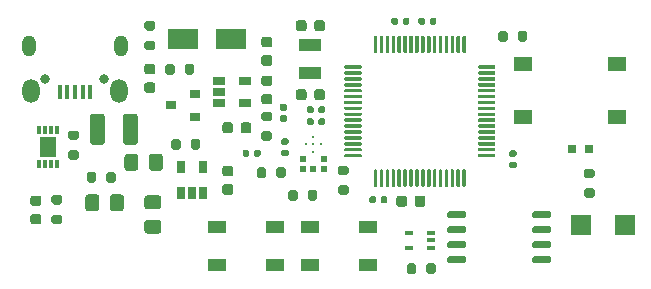
<source format=gts>
G04 #@! TF.GenerationSoftware,KiCad,Pcbnew,5.1.10-88a1d61d58~90~ubuntu20.04.1*
G04 #@! TF.CreationDate,2022-01-29T20:14:16-05:00*
G04 #@! TF.ProjectId,slg,736c672e-6b69-4636-9164-5f7063625858,v1.0*
G04 #@! TF.SameCoordinates,Original*
G04 #@! TF.FileFunction,Soldermask,Top*
G04 #@! TF.FilePolarity,Negative*
%FSLAX46Y46*%
G04 Gerber Fmt 4.6, Leading zero omitted, Abs format (unit mm)*
G04 Created by KiCad (PCBNEW 5.1.10-88a1d61d58~90~ubuntu20.04.1) date 2022-01-29 20:14:16*
%MOMM*%
%LPD*%
G01*
G04 APERTURE LIST*
%ADD10R,1.700000X1.700000*%
%ADD11R,1.500000X1.000000*%
%ADD12R,1.900000X1.100000*%
%ADD13R,0.650000X0.400000*%
%ADD14R,1.060000X0.650000*%
%ADD15R,1.450000X1.750000*%
%ADD16R,0.300000X0.750000*%
%ADD17R,0.650000X1.060000*%
%ADD18R,1.550000X1.300000*%
%ADD19R,0.900000X0.800000*%
%ADD20R,0.600000X0.522000*%
%ADD21C,0.325000*%
%ADD22C,0.300000*%
%ADD23O,0.800000X0.800000*%
%ADD24O,1.150000X1.800000*%
%ADD25O,1.450000X2.000000*%
%ADD26R,0.450000X1.300000*%
%ADD27R,0.800000X0.800000*%
%ADD28R,2.500000X1.800000*%
G04 APERTURE END LIST*
G36*
G01*
X82175000Y-42695000D02*
X82175000Y-42395000D01*
G75*
G02*
X82325000Y-42245000I150000J0D01*
G01*
X83625000Y-42245000D01*
G75*
G02*
X83775000Y-42395000I0J-150000D01*
G01*
X83775000Y-42695000D01*
G75*
G02*
X83625000Y-42845000I-150000J0D01*
G01*
X82325000Y-42845000D01*
G75*
G02*
X82175000Y-42695000I0J150000D01*
G01*
G37*
G36*
G01*
X82175000Y-43965000D02*
X82175000Y-43665000D01*
G75*
G02*
X82325000Y-43515000I150000J0D01*
G01*
X83625000Y-43515000D01*
G75*
G02*
X83775000Y-43665000I0J-150000D01*
G01*
X83775000Y-43965000D01*
G75*
G02*
X83625000Y-44115000I-150000J0D01*
G01*
X82325000Y-44115000D01*
G75*
G02*
X82175000Y-43965000I0J150000D01*
G01*
G37*
G36*
G01*
X82175000Y-45235000D02*
X82175000Y-44935000D01*
G75*
G02*
X82325000Y-44785000I150000J0D01*
G01*
X83625000Y-44785000D01*
G75*
G02*
X83775000Y-44935000I0J-150000D01*
G01*
X83775000Y-45235000D01*
G75*
G02*
X83625000Y-45385000I-150000J0D01*
G01*
X82325000Y-45385000D01*
G75*
G02*
X82175000Y-45235000I0J150000D01*
G01*
G37*
G36*
G01*
X82175000Y-46505000D02*
X82175000Y-46205000D01*
G75*
G02*
X82325000Y-46055000I150000J0D01*
G01*
X83625000Y-46055000D01*
G75*
G02*
X83775000Y-46205000I0J-150000D01*
G01*
X83775000Y-46505000D01*
G75*
G02*
X83625000Y-46655000I-150000J0D01*
G01*
X82325000Y-46655000D01*
G75*
G02*
X82175000Y-46505000I0J150000D01*
G01*
G37*
G36*
G01*
X74975000Y-46505000D02*
X74975000Y-46205000D01*
G75*
G02*
X75125000Y-46055000I150000J0D01*
G01*
X76425000Y-46055000D01*
G75*
G02*
X76575000Y-46205000I0J-150000D01*
G01*
X76575000Y-46505000D01*
G75*
G02*
X76425000Y-46655000I-150000J0D01*
G01*
X75125000Y-46655000D01*
G75*
G02*
X74975000Y-46505000I0J150000D01*
G01*
G37*
G36*
G01*
X74975000Y-45235000D02*
X74975000Y-44935000D01*
G75*
G02*
X75125000Y-44785000I150000J0D01*
G01*
X76425000Y-44785000D01*
G75*
G02*
X76575000Y-44935000I0J-150000D01*
G01*
X76575000Y-45235000D01*
G75*
G02*
X76425000Y-45385000I-150000J0D01*
G01*
X75125000Y-45385000D01*
G75*
G02*
X74975000Y-45235000I0J150000D01*
G01*
G37*
G36*
G01*
X74975000Y-43965000D02*
X74975000Y-43665000D01*
G75*
G02*
X75125000Y-43515000I150000J0D01*
G01*
X76425000Y-43515000D01*
G75*
G02*
X76575000Y-43665000I0J-150000D01*
G01*
X76575000Y-43965000D01*
G75*
G02*
X76425000Y-44115000I-150000J0D01*
G01*
X75125000Y-44115000D01*
G75*
G02*
X74975000Y-43965000I0J150000D01*
G01*
G37*
G36*
G01*
X74975000Y-42695000D02*
X74975000Y-42395000D01*
G75*
G02*
X75125000Y-42245000I150000J0D01*
G01*
X76425000Y-42245000D01*
G75*
G02*
X76575000Y-42395000I0J-150000D01*
G01*
X76575000Y-42695000D01*
G75*
G02*
X76425000Y-42845000I-150000J0D01*
G01*
X75125000Y-42845000D01*
G75*
G02*
X74975000Y-42695000I0J150000D01*
G01*
G37*
G36*
G01*
X68744000Y-28782000D02*
X68744000Y-27457000D01*
G75*
G02*
X68819000Y-27382000I75000J0D01*
G01*
X68969000Y-27382000D01*
G75*
G02*
X69044000Y-27457000I0J-75000D01*
G01*
X69044000Y-28782000D01*
G75*
G02*
X68969000Y-28857000I-75000J0D01*
G01*
X68819000Y-28857000D01*
G75*
G02*
X68744000Y-28782000I0J75000D01*
G01*
G37*
G36*
G01*
X69244000Y-28782000D02*
X69244000Y-27457000D01*
G75*
G02*
X69319000Y-27382000I75000J0D01*
G01*
X69469000Y-27382000D01*
G75*
G02*
X69544000Y-27457000I0J-75000D01*
G01*
X69544000Y-28782000D01*
G75*
G02*
X69469000Y-28857000I-75000J0D01*
G01*
X69319000Y-28857000D01*
G75*
G02*
X69244000Y-28782000I0J75000D01*
G01*
G37*
G36*
G01*
X69744000Y-28782000D02*
X69744000Y-27457000D01*
G75*
G02*
X69819000Y-27382000I75000J0D01*
G01*
X69969000Y-27382000D01*
G75*
G02*
X70044000Y-27457000I0J-75000D01*
G01*
X70044000Y-28782000D01*
G75*
G02*
X69969000Y-28857000I-75000J0D01*
G01*
X69819000Y-28857000D01*
G75*
G02*
X69744000Y-28782000I0J75000D01*
G01*
G37*
G36*
G01*
X70244000Y-28782000D02*
X70244000Y-27457000D01*
G75*
G02*
X70319000Y-27382000I75000J0D01*
G01*
X70469000Y-27382000D01*
G75*
G02*
X70544000Y-27457000I0J-75000D01*
G01*
X70544000Y-28782000D01*
G75*
G02*
X70469000Y-28857000I-75000J0D01*
G01*
X70319000Y-28857000D01*
G75*
G02*
X70244000Y-28782000I0J75000D01*
G01*
G37*
G36*
G01*
X70744000Y-28782000D02*
X70744000Y-27457000D01*
G75*
G02*
X70819000Y-27382000I75000J0D01*
G01*
X70969000Y-27382000D01*
G75*
G02*
X71044000Y-27457000I0J-75000D01*
G01*
X71044000Y-28782000D01*
G75*
G02*
X70969000Y-28857000I-75000J0D01*
G01*
X70819000Y-28857000D01*
G75*
G02*
X70744000Y-28782000I0J75000D01*
G01*
G37*
G36*
G01*
X71244000Y-28782000D02*
X71244000Y-27457000D01*
G75*
G02*
X71319000Y-27382000I75000J0D01*
G01*
X71469000Y-27382000D01*
G75*
G02*
X71544000Y-27457000I0J-75000D01*
G01*
X71544000Y-28782000D01*
G75*
G02*
X71469000Y-28857000I-75000J0D01*
G01*
X71319000Y-28857000D01*
G75*
G02*
X71244000Y-28782000I0J75000D01*
G01*
G37*
G36*
G01*
X71744000Y-28782000D02*
X71744000Y-27457000D01*
G75*
G02*
X71819000Y-27382000I75000J0D01*
G01*
X71969000Y-27382000D01*
G75*
G02*
X72044000Y-27457000I0J-75000D01*
G01*
X72044000Y-28782000D01*
G75*
G02*
X71969000Y-28857000I-75000J0D01*
G01*
X71819000Y-28857000D01*
G75*
G02*
X71744000Y-28782000I0J75000D01*
G01*
G37*
G36*
G01*
X72244000Y-28782000D02*
X72244000Y-27457000D01*
G75*
G02*
X72319000Y-27382000I75000J0D01*
G01*
X72469000Y-27382000D01*
G75*
G02*
X72544000Y-27457000I0J-75000D01*
G01*
X72544000Y-28782000D01*
G75*
G02*
X72469000Y-28857000I-75000J0D01*
G01*
X72319000Y-28857000D01*
G75*
G02*
X72244000Y-28782000I0J75000D01*
G01*
G37*
G36*
G01*
X72744000Y-28782000D02*
X72744000Y-27457000D01*
G75*
G02*
X72819000Y-27382000I75000J0D01*
G01*
X72969000Y-27382000D01*
G75*
G02*
X73044000Y-27457000I0J-75000D01*
G01*
X73044000Y-28782000D01*
G75*
G02*
X72969000Y-28857000I-75000J0D01*
G01*
X72819000Y-28857000D01*
G75*
G02*
X72744000Y-28782000I0J75000D01*
G01*
G37*
G36*
G01*
X73244000Y-28782000D02*
X73244000Y-27457000D01*
G75*
G02*
X73319000Y-27382000I75000J0D01*
G01*
X73469000Y-27382000D01*
G75*
G02*
X73544000Y-27457000I0J-75000D01*
G01*
X73544000Y-28782000D01*
G75*
G02*
X73469000Y-28857000I-75000J0D01*
G01*
X73319000Y-28857000D01*
G75*
G02*
X73244000Y-28782000I0J75000D01*
G01*
G37*
G36*
G01*
X73744000Y-28782000D02*
X73744000Y-27457000D01*
G75*
G02*
X73819000Y-27382000I75000J0D01*
G01*
X73969000Y-27382000D01*
G75*
G02*
X74044000Y-27457000I0J-75000D01*
G01*
X74044000Y-28782000D01*
G75*
G02*
X73969000Y-28857000I-75000J0D01*
G01*
X73819000Y-28857000D01*
G75*
G02*
X73744000Y-28782000I0J75000D01*
G01*
G37*
G36*
G01*
X74244000Y-28782000D02*
X74244000Y-27457000D01*
G75*
G02*
X74319000Y-27382000I75000J0D01*
G01*
X74469000Y-27382000D01*
G75*
G02*
X74544000Y-27457000I0J-75000D01*
G01*
X74544000Y-28782000D01*
G75*
G02*
X74469000Y-28857000I-75000J0D01*
G01*
X74319000Y-28857000D01*
G75*
G02*
X74244000Y-28782000I0J75000D01*
G01*
G37*
G36*
G01*
X74744000Y-28782000D02*
X74744000Y-27457000D01*
G75*
G02*
X74819000Y-27382000I75000J0D01*
G01*
X74969000Y-27382000D01*
G75*
G02*
X75044000Y-27457000I0J-75000D01*
G01*
X75044000Y-28782000D01*
G75*
G02*
X74969000Y-28857000I-75000J0D01*
G01*
X74819000Y-28857000D01*
G75*
G02*
X74744000Y-28782000I0J75000D01*
G01*
G37*
G36*
G01*
X75244000Y-28782000D02*
X75244000Y-27457000D01*
G75*
G02*
X75319000Y-27382000I75000J0D01*
G01*
X75469000Y-27382000D01*
G75*
G02*
X75544000Y-27457000I0J-75000D01*
G01*
X75544000Y-28782000D01*
G75*
G02*
X75469000Y-28857000I-75000J0D01*
G01*
X75319000Y-28857000D01*
G75*
G02*
X75244000Y-28782000I0J75000D01*
G01*
G37*
G36*
G01*
X75744000Y-28782000D02*
X75744000Y-27457000D01*
G75*
G02*
X75819000Y-27382000I75000J0D01*
G01*
X75969000Y-27382000D01*
G75*
G02*
X76044000Y-27457000I0J-75000D01*
G01*
X76044000Y-28782000D01*
G75*
G02*
X75969000Y-28857000I-75000J0D01*
G01*
X75819000Y-28857000D01*
G75*
G02*
X75744000Y-28782000I0J75000D01*
G01*
G37*
G36*
G01*
X76244000Y-28782000D02*
X76244000Y-27457000D01*
G75*
G02*
X76319000Y-27382000I75000J0D01*
G01*
X76469000Y-27382000D01*
G75*
G02*
X76544000Y-27457000I0J-75000D01*
G01*
X76544000Y-28782000D01*
G75*
G02*
X76469000Y-28857000I-75000J0D01*
G01*
X76319000Y-28857000D01*
G75*
G02*
X76244000Y-28782000I0J75000D01*
G01*
G37*
G36*
G01*
X77569000Y-30107000D02*
X77569000Y-29957000D01*
G75*
G02*
X77644000Y-29882000I75000J0D01*
G01*
X78969000Y-29882000D01*
G75*
G02*
X79044000Y-29957000I0J-75000D01*
G01*
X79044000Y-30107000D01*
G75*
G02*
X78969000Y-30182000I-75000J0D01*
G01*
X77644000Y-30182000D01*
G75*
G02*
X77569000Y-30107000I0J75000D01*
G01*
G37*
G36*
G01*
X77569000Y-30607000D02*
X77569000Y-30457000D01*
G75*
G02*
X77644000Y-30382000I75000J0D01*
G01*
X78969000Y-30382000D01*
G75*
G02*
X79044000Y-30457000I0J-75000D01*
G01*
X79044000Y-30607000D01*
G75*
G02*
X78969000Y-30682000I-75000J0D01*
G01*
X77644000Y-30682000D01*
G75*
G02*
X77569000Y-30607000I0J75000D01*
G01*
G37*
G36*
G01*
X77569000Y-31107000D02*
X77569000Y-30957000D01*
G75*
G02*
X77644000Y-30882000I75000J0D01*
G01*
X78969000Y-30882000D01*
G75*
G02*
X79044000Y-30957000I0J-75000D01*
G01*
X79044000Y-31107000D01*
G75*
G02*
X78969000Y-31182000I-75000J0D01*
G01*
X77644000Y-31182000D01*
G75*
G02*
X77569000Y-31107000I0J75000D01*
G01*
G37*
G36*
G01*
X77569000Y-31607000D02*
X77569000Y-31457000D01*
G75*
G02*
X77644000Y-31382000I75000J0D01*
G01*
X78969000Y-31382000D01*
G75*
G02*
X79044000Y-31457000I0J-75000D01*
G01*
X79044000Y-31607000D01*
G75*
G02*
X78969000Y-31682000I-75000J0D01*
G01*
X77644000Y-31682000D01*
G75*
G02*
X77569000Y-31607000I0J75000D01*
G01*
G37*
G36*
G01*
X77569000Y-32107000D02*
X77569000Y-31957000D01*
G75*
G02*
X77644000Y-31882000I75000J0D01*
G01*
X78969000Y-31882000D01*
G75*
G02*
X79044000Y-31957000I0J-75000D01*
G01*
X79044000Y-32107000D01*
G75*
G02*
X78969000Y-32182000I-75000J0D01*
G01*
X77644000Y-32182000D01*
G75*
G02*
X77569000Y-32107000I0J75000D01*
G01*
G37*
G36*
G01*
X77569000Y-32607000D02*
X77569000Y-32457000D01*
G75*
G02*
X77644000Y-32382000I75000J0D01*
G01*
X78969000Y-32382000D01*
G75*
G02*
X79044000Y-32457000I0J-75000D01*
G01*
X79044000Y-32607000D01*
G75*
G02*
X78969000Y-32682000I-75000J0D01*
G01*
X77644000Y-32682000D01*
G75*
G02*
X77569000Y-32607000I0J75000D01*
G01*
G37*
G36*
G01*
X77569000Y-33107000D02*
X77569000Y-32957000D01*
G75*
G02*
X77644000Y-32882000I75000J0D01*
G01*
X78969000Y-32882000D01*
G75*
G02*
X79044000Y-32957000I0J-75000D01*
G01*
X79044000Y-33107000D01*
G75*
G02*
X78969000Y-33182000I-75000J0D01*
G01*
X77644000Y-33182000D01*
G75*
G02*
X77569000Y-33107000I0J75000D01*
G01*
G37*
G36*
G01*
X77569000Y-33607000D02*
X77569000Y-33457000D01*
G75*
G02*
X77644000Y-33382000I75000J0D01*
G01*
X78969000Y-33382000D01*
G75*
G02*
X79044000Y-33457000I0J-75000D01*
G01*
X79044000Y-33607000D01*
G75*
G02*
X78969000Y-33682000I-75000J0D01*
G01*
X77644000Y-33682000D01*
G75*
G02*
X77569000Y-33607000I0J75000D01*
G01*
G37*
G36*
G01*
X77569000Y-34107000D02*
X77569000Y-33957000D01*
G75*
G02*
X77644000Y-33882000I75000J0D01*
G01*
X78969000Y-33882000D01*
G75*
G02*
X79044000Y-33957000I0J-75000D01*
G01*
X79044000Y-34107000D01*
G75*
G02*
X78969000Y-34182000I-75000J0D01*
G01*
X77644000Y-34182000D01*
G75*
G02*
X77569000Y-34107000I0J75000D01*
G01*
G37*
G36*
G01*
X77569000Y-34607000D02*
X77569000Y-34457000D01*
G75*
G02*
X77644000Y-34382000I75000J0D01*
G01*
X78969000Y-34382000D01*
G75*
G02*
X79044000Y-34457000I0J-75000D01*
G01*
X79044000Y-34607000D01*
G75*
G02*
X78969000Y-34682000I-75000J0D01*
G01*
X77644000Y-34682000D01*
G75*
G02*
X77569000Y-34607000I0J75000D01*
G01*
G37*
G36*
G01*
X77569000Y-35107000D02*
X77569000Y-34957000D01*
G75*
G02*
X77644000Y-34882000I75000J0D01*
G01*
X78969000Y-34882000D01*
G75*
G02*
X79044000Y-34957000I0J-75000D01*
G01*
X79044000Y-35107000D01*
G75*
G02*
X78969000Y-35182000I-75000J0D01*
G01*
X77644000Y-35182000D01*
G75*
G02*
X77569000Y-35107000I0J75000D01*
G01*
G37*
G36*
G01*
X77569000Y-35607000D02*
X77569000Y-35457000D01*
G75*
G02*
X77644000Y-35382000I75000J0D01*
G01*
X78969000Y-35382000D01*
G75*
G02*
X79044000Y-35457000I0J-75000D01*
G01*
X79044000Y-35607000D01*
G75*
G02*
X78969000Y-35682000I-75000J0D01*
G01*
X77644000Y-35682000D01*
G75*
G02*
X77569000Y-35607000I0J75000D01*
G01*
G37*
G36*
G01*
X77569000Y-36107000D02*
X77569000Y-35957000D01*
G75*
G02*
X77644000Y-35882000I75000J0D01*
G01*
X78969000Y-35882000D01*
G75*
G02*
X79044000Y-35957000I0J-75000D01*
G01*
X79044000Y-36107000D01*
G75*
G02*
X78969000Y-36182000I-75000J0D01*
G01*
X77644000Y-36182000D01*
G75*
G02*
X77569000Y-36107000I0J75000D01*
G01*
G37*
G36*
G01*
X77569000Y-36607000D02*
X77569000Y-36457000D01*
G75*
G02*
X77644000Y-36382000I75000J0D01*
G01*
X78969000Y-36382000D01*
G75*
G02*
X79044000Y-36457000I0J-75000D01*
G01*
X79044000Y-36607000D01*
G75*
G02*
X78969000Y-36682000I-75000J0D01*
G01*
X77644000Y-36682000D01*
G75*
G02*
X77569000Y-36607000I0J75000D01*
G01*
G37*
G36*
G01*
X77569000Y-37107000D02*
X77569000Y-36957000D01*
G75*
G02*
X77644000Y-36882000I75000J0D01*
G01*
X78969000Y-36882000D01*
G75*
G02*
X79044000Y-36957000I0J-75000D01*
G01*
X79044000Y-37107000D01*
G75*
G02*
X78969000Y-37182000I-75000J0D01*
G01*
X77644000Y-37182000D01*
G75*
G02*
X77569000Y-37107000I0J75000D01*
G01*
G37*
G36*
G01*
X77569000Y-37607000D02*
X77569000Y-37457000D01*
G75*
G02*
X77644000Y-37382000I75000J0D01*
G01*
X78969000Y-37382000D01*
G75*
G02*
X79044000Y-37457000I0J-75000D01*
G01*
X79044000Y-37607000D01*
G75*
G02*
X78969000Y-37682000I-75000J0D01*
G01*
X77644000Y-37682000D01*
G75*
G02*
X77569000Y-37607000I0J75000D01*
G01*
G37*
G36*
G01*
X76244000Y-40107000D02*
X76244000Y-38782000D01*
G75*
G02*
X76319000Y-38707000I75000J0D01*
G01*
X76469000Y-38707000D01*
G75*
G02*
X76544000Y-38782000I0J-75000D01*
G01*
X76544000Y-40107000D01*
G75*
G02*
X76469000Y-40182000I-75000J0D01*
G01*
X76319000Y-40182000D01*
G75*
G02*
X76244000Y-40107000I0J75000D01*
G01*
G37*
G36*
G01*
X75744000Y-40107000D02*
X75744000Y-38782000D01*
G75*
G02*
X75819000Y-38707000I75000J0D01*
G01*
X75969000Y-38707000D01*
G75*
G02*
X76044000Y-38782000I0J-75000D01*
G01*
X76044000Y-40107000D01*
G75*
G02*
X75969000Y-40182000I-75000J0D01*
G01*
X75819000Y-40182000D01*
G75*
G02*
X75744000Y-40107000I0J75000D01*
G01*
G37*
G36*
G01*
X75244000Y-40107000D02*
X75244000Y-38782000D01*
G75*
G02*
X75319000Y-38707000I75000J0D01*
G01*
X75469000Y-38707000D01*
G75*
G02*
X75544000Y-38782000I0J-75000D01*
G01*
X75544000Y-40107000D01*
G75*
G02*
X75469000Y-40182000I-75000J0D01*
G01*
X75319000Y-40182000D01*
G75*
G02*
X75244000Y-40107000I0J75000D01*
G01*
G37*
G36*
G01*
X74744000Y-40107000D02*
X74744000Y-38782000D01*
G75*
G02*
X74819000Y-38707000I75000J0D01*
G01*
X74969000Y-38707000D01*
G75*
G02*
X75044000Y-38782000I0J-75000D01*
G01*
X75044000Y-40107000D01*
G75*
G02*
X74969000Y-40182000I-75000J0D01*
G01*
X74819000Y-40182000D01*
G75*
G02*
X74744000Y-40107000I0J75000D01*
G01*
G37*
G36*
G01*
X74244000Y-40107000D02*
X74244000Y-38782000D01*
G75*
G02*
X74319000Y-38707000I75000J0D01*
G01*
X74469000Y-38707000D01*
G75*
G02*
X74544000Y-38782000I0J-75000D01*
G01*
X74544000Y-40107000D01*
G75*
G02*
X74469000Y-40182000I-75000J0D01*
G01*
X74319000Y-40182000D01*
G75*
G02*
X74244000Y-40107000I0J75000D01*
G01*
G37*
G36*
G01*
X73744000Y-40107000D02*
X73744000Y-38782000D01*
G75*
G02*
X73819000Y-38707000I75000J0D01*
G01*
X73969000Y-38707000D01*
G75*
G02*
X74044000Y-38782000I0J-75000D01*
G01*
X74044000Y-40107000D01*
G75*
G02*
X73969000Y-40182000I-75000J0D01*
G01*
X73819000Y-40182000D01*
G75*
G02*
X73744000Y-40107000I0J75000D01*
G01*
G37*
G36*
G01*
X73244000Y-40107000D02*
X73244000Y-38782000D01*
G75*
G02*
X73319000Y-38707000I75000J0D01*
G01*
X73469000Y-38707000D01*
G75*
G02*
X73544000Y-38782000I0J-75000D01*
G01*
X73544000Y-40107000D01*
G75*
G02*
X73469000Y-40182000I-75000J0D01*
G01*
X73319000Y-40182000D01*
G75*
G02*
X73244000Y-40107000I0J75000D01*
G01*
G37*
G36*
G01*
X72744000Y-40107000D02*
X72744000Y-38782000D01*
G75*
G02*
X72819000Y-38707000I75000J0D01*
G01*
X72969000Y-38707000D01*
G75*
G02*
X73044000Y-38782000I0J-75000D01*
G01*
X73044000Y-40107000D01*
G75*
G02*
X72969000Y-40182000I-75000J0D01*
G01*
X72819000Y-40182000D01*
G75*
G02*
X72744000Y-40107000I0J75000D01*
G01*
G37*
G36*
G01*
X72244000Y-40107000D02*
X72244000Y-38782000D01*
G75*
G02*
X72319000Y-38707000I75000J0D01*
G01*
X72469000Y-38707000D01*
G75*
G02*
X72544000Y-38782000I0J-75000D01*
G01*
X72544000Y-40107000D01*
G75*
G02*
X72469000Y-40182000I-75000J0D01*
G01*
X72319000Y-40182000D01*
G75*
G02*
X72244000Y-40107000I0J75000D01*
G01*
G37*
G36*
G01*
X71744000Y-40107000D02*
X71744000Y-38782000D01*
G75*
G02*
X71819000Y-38707000I75000J0D01*
G01*
X71969000Y-38707000D01*
G75*
G02*
X72044000Y-38782000I0J-75000D01*
G01*
X72044000Y-40107000D01*
G75*
G02*
X71969000Y-40182000I-75000J0D01*
G01*
X71819000Y-40182000D01*
G75*
G02*
X71744000Y-40107000I0J75000D01*
G01*
G37*
G36*
G01*
X71244000Y-40107000D02*
X71244000Y-38782000D01*
G75*
G02*
X71319000Y-38707000I75000J0D01*
G01*
X71469000Y-38707000D01*
G75*
G02*
X71544000Y-38782000I0J-75000D01*
G01*
X71544000Y-40107000D01*
G75*
G02*
X71469000Y-40182000I-75000J0D01*
G01*
X71319000Y-40182000D01*
G75*
G02*
X71244000Y-40107000I0J75000D01*
G01*
G37*
G36*
G01*
X70744000Y-40107000D02*
X70744000Y-38782000D01*
G75*
G02*
X70819000Y-38707000I75000J0D01*
G01*
X70969000Y-38707000D01*
G75*
G02*
X71044000Y-38782000I0J-75000D01*
G01*
X71044000Y-40107000D01*
G75*
G02*
X70969000Y-40182000I-75000J0D01*
G01*
X70819000Y-40182000D01*
G75*
G02*
X70744000Y-40107000I0J75000D01*
G01*
G37*
G36*
G01*
X70244000Y-40107000D02*
X70244000Y-38782000D01*
G75*
G02*
X70319000Y-38707000I75000J0D01*
G01*
X70469000Y-38707000D01*
G75*
G02*
X70544000Y-38782000I0J-75000D01*
G01*
X70544000Y-40107000D01*
G75*
G02*
X70469000Y-40182000I-75000J0D01*
G01*
X70319000Y-40182000D01*
G75*
G02*
X70244000Y-40107000I0J75000D01*
G01*
G37*
G36*
G01*
X69744000Y-40107000D02*
X69744000Y-38782000D01*
G75*
G02*
X69819000Y-38707000I75000J0D01*
G01*
X69969000Y-38707000D01*
G75*
G02*
X70044000Y-38782000I0J-75000D01*
G01*
X70044000Y-40107000D01*
G75*
G02*
X69969000Y-40182000I-75000J0D01*
G01*
X69819000Y-40182000D01*
G75*
G02*
X69744000Y-40107000I0J75000D01*
G01*
G37*
G36*
G01*
X69244000Y-40107000D02*
X69244000Y-38782000D01*
G75*
G02*
X69319000Y-38707000I75000J0D01*
G01*
X69469000Y-38707000D01*
G75*
G02*
X69544000Y-38782000I0J-75000D01*
G01*
X69544000Y-40107000D01*
G75*
G02*
X69469000Y-40182000I-75000J0D01*
G01*
X69319000Y-40182000D01*
G75*
G02*
X69244000Y-40107000I0J75000D01*
G01*
G37*
G36*
G01*
X68744000Y-40107000D02*
X68744000Y-38782000D01*
G75*
G02*
X68819000Y-38707000I75000J0D01*
G01*
X68969000Y-38707000D01*
G75*
G02*
X69044000Y-38782000I0J-75000D01*
G01*
X69044000Y-40107000D01*
G75*
G02*
X68969000Y-40182000I-75000J0D01*
G01*
X68819000Y-40182000D01*
G75*
G02*
X68744000Y-40107000I0J75000D01*
G01*
G37*
G36*
G01*
X66244000Y-37607000D02*
X66244000Y-37457000D01*
G75*
G02*
X66319000Y-37382000I75000J0D01*
G01*
X67644000Y-37382000D01*
G75*
G02*
X67719000Y-37457000I0J-75000D01*
G01*
X67719000Y-37607000D01*
G75*
G02*
X67644000Y-37682000I-75000J0D01*
G01*
X66319000Y-37682000D01*
G75*
G02*
X66244000Y-37607000I0J75000D01*
G01*
G37*
G36*
G01*
X66244000Y-37107000D02*
X66244000Y-36957000D01*
G75*
G02*
X66319000Y-36882000I75000J0D01*
G01*
X67644000Y-36882000D01*
G75*
G02*
X67719000Y-36957000I0J-75000D01*
G01*
X67719000Y-37107000D01*
G75*
G02*
X67644000Y-37182000I-75000J0D01*
G01*
X66319000Y-37182000D01*
G75*
G02*
X66244000Y-37107000I0J75000D01*
G01*
G37*
G36*
G01*
X66244000Y-36607000D02*
X66244000Y-36457000D01*
G75*
G02*
X66319000Y-36382000I75000J0D01*
G01*
X67644000Y-36382000D01*
G75*
G02*
X67719000Y-36457000I0J-75000D01*
G01*
X67719000Y-36607000D01*
G75*
G02*
X67644000Y-36682000I-75000J0D01*
G01*
X66319000Y-36682000D01*
G75*
G02*
X66244000Y-36607000I0J75000D01*
G01*
G37*
G36*
G01*
X66244000Y-36107000D02*
X66244000Y-35957000D01*
G75*
G02*
X66319000Y-35882000I75000J0D01*
G01*
X67644000Y-35882000D01*
G75*
G02*
X67719000Y-35957000I0J-75000D01*
G01*
X67719000Y-36107000D01*
G75*
G02*
X67644000Y-36182000I-75000J0D01*
G01*
X66319000Y-36182000D01*
G75*
G02*
X66244000Y-36107000I0J75000D01*
G01*
G37*
G36*
G01*
X66244000Y-35607000D02*
X66244000Y-35457000D01*
G75*
G02*
X66319000Y-35382000I75000J0D01*
G01*
X67644000Y-35382000D01*
G75*
G02*
X67719000Y-35457000I0J-75000D01*
G01*
X67719000Y-35607000D01*
G75*
G02*
X67644000Y-35682000I-75000J0D01*
G01*
X66319000Y-35682000D01*
G75*
G02*
X66244000Y-35607000I0J75000D01*
G01*
G37*
G36*
G01*
X66244000Y-35107000D02*
X66244000Y-34957000D01*
G75*
G02*
X66319000Y-34882000I75000J0D01*
G01*
X67644000Y-34882000D01*
G75*
G02*
X67719000Y-34957000I0J-75000D01*
G01*
X67719000Y-35107000D01*
G75*
G02*
X67644000Y-35182000I-75000J0D01*
G01*
X66319000Y-35182000D01*
G75*
G02*
X66244000Y-35107000I0J75000D01*
G01*
G37*
G36*
G01*
X66244000Y-34607000D02*
X66244000Y-34457000D01*
G75*
G02*
X66319000Y-34382000I75000J0D01*
G01*
X67644000Y-34382000D01*
G75*
G02*
X67719000Y-34457000I0J-75000D01*
G01*
X67719000Y-34607000D01*
G75*
G02*
X67644000Y-34682000I-75000J0D01*
G01*
X66319000Y-34682000D01*
G75*
G02*
X66244000Y-34607000I0J75000D01*
G01*
G37*
G36*
G01*
X66244000Y-34107000D02*
X66244000Y-33957000D01*
G75*
G02*
X66319000Y-33882000I75000J0D01*
G01*
X67644000Y-33882000D01*
G75*
G02*
X67719000Y-33957000I0J-75000D01*
G01*
X67719000Y-34107000D01*
G75*
G02*
X67644000Y-34182000I-75000J0D01*
G01*
X66319000Y-34182000D01*
G75*
G02*
X66244000Y-34107000I0J75000D01*
G01*
G37*
G36*
G01*
X66244000Y-33607000D02*
X66244000Y-33457000D01*
G75*
G02*
X66319000Y-33382000I75000J0D01*
G01*
X67644000Y-33382000D01*
G75*
G02*
X67719000Y-33457000I0J-75000D01*
G01*
X67719000Y-33607000D01*
G75*
G02*
X67644000Y-33682000I-75000J0D01*
G01*
X66319000Y-33682000D01*
G75*
G02*
X66244000Y-33607000I0J75000D01*
G01*
G37*
G36*
G01*
X66244000Y-33107000D02*
X66244000Y-32957000D01*
G75*
G02*
X66319000Y-32882000I75000J0D01*
G01*
X67644000Y-32882000D01*
G75*
G02*
X67719000Y-32957000I0J-75000D01*
G01*
X67719000Y-33107000D01*
G75*
G02*
X67644000Y-33182000I-75000J0D01*
G01*
X66319000Y-33182000D01*
G75*
G02*
X66244000Y-33107000I0J75000D01*
G01*
G37*
G36*
G01*
X66244000Y-32607000D02*
X66244000Y-32457000D01*
G75*
G02*
X66319000Y-32382000I75000J0D01*
G01*
X67644000Y-32382000D01*
G75*
G02*
X67719000Y-32457000I0J-75000D01*
G01*
X67719000Y-32607000D01*
G75*
G02*
X67644000Y-32682000I-75000J0D01*
G01*
X66319000Y-32682000D01*
G75*
G02*
X66244000Y-32607000I0J75000D01*
G01*
G37*
G36*
G01*
X66244000Y-32107000D02*
X66244000Y-31957000D01*
G75*
G02*
X66319000Y-31882000I75000J0D01*
G01*
X67644000Y-31882000D01*
G75*
G02*
X67719000Y-31957000I0J-75000D01*
G01*
X67719000Y-32107000D01*
G75*
G02*
X67644000Y-32182000I-75000J0D01*
G01*
X66319000Y-32182000D01*
G75*
G02*
X66244000Y-32107000I0J75000D01*
G01*
G37*
G36*
G01*
X66244000Y-31607000D02*
X66244000Y-31457000D01*
G75*
G02*
X66319000Y-31382000I75000J0D01*
G01*
X67644000Y-31382000D01*
G75*
G02*
X67719000Y-31457000I0J-75000D01*
G01*
X67719000Y-31607000D01*
G75*
G02*
X67644000Y-31682000I-75000J0D01*
G01*
X66319000Y-31682000D01*
G75*
G02*
X66244000Y-31607000I0J75000D01*
G01*
G37*
G36*
G01*
X66244000Y-31107000D02*
X66244000Y-30957000D01*
G75*
G02*
X66319000Y-30882000I75000J0D01*
G01*
X67644000Y-30882000D01*
G75*
G02*
X67719000Y-30957000I0J-75000D01*
G01*
X67719000Y-31107000D01*
G75*
G02*
X67644000Y-31182000I-75000J0D01*
G01*
X66319000Y-31182000D01*
G75*
G02*
X66244000Y-31107000I0J75000D01*
G01*
G37*
G36*
G01*
X66244000Y-30607000D02*
X66244000Y-30457000D01*
G75*
G02*
X66319000Y-30382000I75000J0D01*
G01*
X67644000Y-30382000D01*
G75*
G02*
X67719000Y-30457000I0J-75000D01*
G01*
X67719000Y-30607000D01*
G75*
G02*
X67644000Y-30682000I-75000J0D01*
G01*
X66319000Y-30682000D01*
G75*
G02*
X66244000Y-30607000I0J75000D01*
G01*
G37*
G36*
G01*
X66244000Y-30107000D02*
X66244000Y-29957000D01*
G75*
G02*
X66319000Y-29882000I75000J0D01*
G01*
X67644000Y-29882000D01*
G75*
G02*
X67719000Y-29957000I0J-75000D01*
G01*
X67719000Y-30107000D01*
G75*
G02*
X67644000Y-30182000I-75000J0D01*
G01*
X66319000Y-30182000D01*
G75*
G02*
X66244000Y-30107000I0J75000D01*
G01*
G37*
D10*
X86296500Y-43434000D03*
D11*
X55462000Y-43612000D03*
X55462000Y-46812000D03*
X60362000Y-43612000D03*
X60362000Y-46812000D03*
G36*
G01*
X59940000Y-28377000D02*
X59440000Y-28377000D01*
G75*
G02*
X59215000Y-28152000I0J225000D01*
G01*
X59215000Y-27702000D01*
G75*
G02*
X59440000Y-27477000I225000J0D01*
G01*
X59940000Y-27477000D01*
G75*
G02*
X60165000Y-27702000I0J-225000D01*
G01*
X60165000Y-28152000D01*
G75*
G02*
X59940000Y-28377000I-225000J0D01*
G01*
G37*
G36*
G01*
X59940000Y-29927000D02*
X59440000Y-29927000D01*
G75*
G02*
X59215000Y-29702000I0J225000D01*
G01*
X59215000Y-29252000D01*
G75*
G02*
X59440000Y-29027000I225000J0D01*
G01*
X59940000Y-29027000D01*
G75*
G02*
X60165000Y-29252000I0J-225000D01*
G01*
X60165000Y-29702000D01*
G75*
G02*
X59940000Y-29927000I-225000J0D01*
G01*
G37*
D12*
X63373000Y-30542000D03*
X63373000Y-28132000D03*
D13*
X71694000Y-45354000D03*
X71694000Y-44054000D03*
X73594000Y-44704000D03*
X73594000Y-44054000D03*
X73594000Y-45354000D03*
D14*
X57869000Y-31181000D03*
X57869000Y-33081000D03*
X55669000Y-33081000D03*
X55669000Y-32131000D03*
X55669000Y-31181000D03*
D15*
X41148000Y-36830000D03*
D16*
X41898000Y-38280000D03*
X41398000Y-38280000D03*
X40898000Y-38280000D03*
X40398000Y-38280000D03*
X40398000Y-35380000D03*
X40898000Y-35380000D03*
X41398000Y-35380000D03*
X41898000Y-35380000D03*
D17*
X52390000Y-38524000D03*
X54290000Y-38524000D03*
X54290000Y-40724000D03*
X53340000Y-40724000D03*
X52390000Y-40724000D03*
D10*
X90043000Y-43434000D03*
D18*
X89319000Y-34254000D03*
X81369000Y-34254000D03*
X89319000Y-29754000D03*
X81369000Y-29754000D03*
G36*
G01*
X63163000Y-41169000D02*
X63163000Y-40619000D01*
G75*
G02*
X63363000Y-40419000I200000J0D01*
G01*
X63763000Y-40419000D01*
G75*
G02*
X63963000Y-40619000I0J-200000D01*
G01*
X63963000Y-41169000D01*
G75*
G02*
X63763000Y-41369000I-200000J0D01*
G01*
X63363000Y-41369000D01*
G75*
G02*
X63163000Y-41169000I0J200000D01*
G01*
G37*
G36*
G01*
X61513000Y-41169000D02*
X61513000Y-40619000D01*
G75*
G02*
X61713000Y-40419000I200000J0D01*
G01*
X62113000Y-40419000D01*
G75*
G02*
X62313000Y-40619000I0J-200000D01*
G01*
X62313000Y-41169000D01*
G75*
G02*
X62113000Y-41369000I-200000J0D01*
G01*
X61713000Y-41369000D01*
G75*
G02*
X61513000Y-41169000I0J200000D01*
G01*
G37*
G36*
G01*
X73196000Y-47392000D02*
X73196000Y-46842000D01*
G75*
G02*
X73396000Y-46642000I200000J0D01*
G01*
X73796000Y-46642000D01*
G75*
G02*
X73996000Y-46842000I0J-200000D01*
G01*
X73996000Y-47392000D01*
G75*
G02*
X73796000Y-47592000I-200000J0D01*
G01*
X73396000Y-47592000D01*
G75*
G02*
X73196000Y-47392000I0J200000D01*
G01*
G37*
G36*
G01*
X71546000Y-47392000D02*
X71546000Y-46842000D01*
G75*
G02*
X71746000Y-46642000I200000J0D01*
G01*
X72146000Y-46642000D01*
G75*
G02*
X72346000Y-46842000I0J-200000D01*
G01*
X72346000Y-47392000D01*
G75*
G02*
X72146000Y-47592000I-200000J0D01*
G01*
X71746000Y-47592000D01*
G75*
G02*
X71546000Y-47392000I0J200000D01*
G01*
G37*
G36*
G01*
X59646000Y-38714000D02*
X59646000Y-39264000D01*
G75*
G02*
X59446000Y-39464000I-200000J0D01*
G01*
X59046000Y-39464000D01*
G75*
G02*
X58846000Y-39264000I0J200000D01*
G01*
X58846000Y-38714000D01*
G75*
G02*
X59046000Y-38514000I200000J0D01*
G01*
X59446000Y-38514000D01*
G75*
G02*
X59646000Y-38714000I0J-200000D01*
G01*
G37*
G36*
G01*
X61296000Y-38714000D02*
X61296000Y-39264000D01*
G75*
G02*
X61096000Y-39464000I-200000J0D01*
G01*
X60696000Y-39464000D01*
G75*
G02*
X60496000Y-39264000I0J200000D01*
G01*
X60496000Y-38714000D01*
G75*
G02*
X60696000Y-38514000I200000J0D01*
G01*
X61096000Y-38514000D01*
G75*
G02*
X61296000Y-38714000I0J-200000D01*
G01*
G37*
G36*
G01*
X66442000Y-39199000D02*
X65892000Y-39199000D01*
G75*
G02*
X65692000Y-38999000I0J200000D01*
G01*
X65692000Y-38599000D01*
G75*
G02*
X65892000Y-38399000I200000J0D01*
G01*
X66442000Y-38399000D01*
G75*
G02*
X66642000Y-38599000I0J-200000D01*
G01*
X66642000Y-38999000D01*
G75*
G02*
X66442000Y-39199000I-200000J0D01*
G01*
G37*
G36*
G01*
X66442000Y-40849000D02*
X65892000Y-40849000D01*
G75*
G02*
X65692000Y-40649000I0J200000D01*
G01*
X65692000Y-40249000D01*
G75*
G02*
X65892000Y-40049000I200000J0D01*
G01*
X66442000Y-40049000D01*
G75*
G02*
X66642000Y-40249000I0J-200000D01*
G01*
X66642000Y-40649000D01*
G75*
G02*
X66442000Y-40849000I-200000J0D01*
G01*
G37*
G36*
G01*
X80943000Y-27707000D02*
X80943000Y-27157000D01*
G75*
G02*
X81143000Y-26957000I200000J0D01*
G01*
X81543000Y-26957000D01*
G75*
G02*
X81743000Y-27157000I0J-200000D01*
G01*
X81743000Y-27707000D01*
G75*
G02*
X81543000Y-27907000I-200000J0D01*
G01*
X81143000Y-27907000D01*
G75*
G02*
X80943000Y-27707000I0J200000D01*
G01*
G37*
G36*
G01*
X79293000Y-27707000D02*
X79293000Y-27157000D01*
G75*
G02*
X79493000Y-26957000I200000J0D01*
G01*
X79893000Y-26957000D01*
G75*
G02*
X80093000Y-27157000I0J-200000D01*
G01*
X80093000Y-27707000D01*
G75*
G02*
X79893000Y-27907000I-200000J0D01*
G01*
X79493000Y-27907000D01*
G75*
G02*
X79293000Y-27707000I0J200000D01*
G01*
G37*
G36*
G01*
X86720000Y-40303000D02*
X87270000Y-40303000D01*
G75*
G02*
X87470000Y-40503000I0J-200000D01*
G01*
X87470000Y-40903000D01*
G75*
G02*
X87270000Y-41103000I-200000J0D01*
G01*
X86720000Y-41103000D01*
G75*
G02*
X86520000Y-40903000I0J200000D01*
G01*
X86520000Y-40503000D01*
G75*
G02*
X86720000Y-40303000I200000J0D01*
G01*
G37*
G36*
G01*
X86720000Y-38653000D02*
X87270000Y-38653000D01*
G75*
G02*
X87470000Y-38853000I0J-200000D01*
G01*
X87470000Y-39253000D01*
G75*
G02*
X87270000Y-39453000I-200000J0D01*
G01*
X86720000Y-39453000D01*
G75*
G02*
X86520000Y-39253000I0J200000D01*
G01*
X86520000Y-38853000D01*
G75*
G02*
X86720000Y-38653000I200000J0D01*
G01*
G37*
G36*
G01*
X59415000Y-35477000D02*
X59965000Y-35477000D01*
G75*
G02*
X60165000Y-35677000I0J-200000D01*
G01*
X60165000Y-36077000D01*
G75*
G02*
X59965000Y-36277000I-200000J0D01*
G01*
X59415000Y-36277000D01*
G75*
G02*
X59215000Y-36077000I0J200000D01*
G01*
X59215000Y-35677000D01*
G75*
G02*
X59415000Y-35477000I200000J0D01*
G01*
G37*
G36*
G01*
X59415000Y-33827000D02*
X59965000Y-33827000D01*
G75*
G02*
X60165000Y-34027000I0J-200000D01*
G01*
X60165000Y-34427000D01*
G75*
G02*
X59965000Y-34627000I-200000J0D01*
G01*
X59415000Y-34627000D01*
G75*
G02*
X59215000Y-34427000I0J200000D01*
G01*
X59215000Y-34027000D01*
G75*
G02*
X59415000Y-33827000I200000J0D01*
G01*
G37*
G36*
G01*
X43032000Y-35415000D02*
X43582000Y-35415000D01*
G75*
G02*
X43782000Y-35615000I0J-200000D01*
G01*
X43782000Y-36015000D01*
G75*
G02*
X43582000Y-36215000I-200000J0D01*
G01*
X43032000Y-36215000D01*
G75*
G02*
X42832000Y-36015000I0J200000D01*
G01*
X42832000Y-35615000D01*
G75*
G02*
X43032000Y-35415000I200000J0D01*
G01*
G37*
G36*
G01*
X43032000Y-37065000D02*
X43582000Y-37065000D01*
G75*
G02*
X43782000Y-37265000I0J-200000D01*
G01*
X43782000Y-37665000D01*
G75*
G02*
X43582000Y-37865000I-200000J0D01*
G01*
X43032000Y-37865000D01*
G75*
G02*
X42832000Y-37665000I0J200000D01*
G01*
X42832000Y-37265000D01*
G75*
G02*
X43032000Y-37065000I200000J0D01*
G01*
G37*
G36*
G01*
X46082000Y-39645000D02*
X46082000Y-39095000D01*
G75*
G02*
X46282000Y-38895000I200000J0D01*
G01*
X46682000Y-38895000D01*
G75*
G02*
X46882000Y-39095000I0J-200000D01*
G01*
X46882000Y-39645000D01*
G75*
G02*
X46682000Y-39845000I-200000J0D01*
G01*
X46282000Y-39845000D01*
G75*
G02*
X46082000Y-39645000I0J200000D01*
G01*
G37*
G36*
G01*
X44432000Y-39645000D02*
X44432000Y-39095000D01*
G75*
G02*
X44632000Y-38895000I200000J0D01*
G01*
X45032000Y-38895000D01*
G75*
G02*
X45232000Y-39095000I0J-200000D01*
G01*
X45232000Y-39645000D01*
G75*
G02*
X45032000Y-39845000I-200000J0D01*
G01*
X44632000Y-39845000D01*
G75*
G02*
X44432000Y-39645000I0J200000D01*
G01*
G37*
G36*
G01*
X52749000Y-30501000D02*
X52749000Y-29951000D01*
G75*
G02*
X52949000Y-29751000I200000J0D01*
G01*
X53349000Y-29751000D01*
G75*
G02*
X53549000Y-29951000I0J-200000D01*
G01*
X53549000Y-30501000D01*
G75*
G02*
X53349000Y-30701000I-200000J0D01*
G01*
X52949000Y-30701000D01*
G75*
G02*
X52749000Y-30501000I0J200000D01*
G01*
G37*
G36*
G01*
X51099000Y-30501000D02*
X51099000Y-29951000D01*
G75*
G02*
X51299000Y-29751000I200000J0D01*
G01*
X51699000Y-29751000D01*
G75*
G02*
X51899000Y-29951000I0J-200000D01*
G01*
X51899000Y-30501000D01*
G75*
G02*
X51699000Y-30701000I-200000J0D01*
G01*
X51299000Y-30701000D01*
G75*
G02*
X51099000Y-30501000I0J200000D01*
G01*
G37*
G36*
G01*
X50059000Y-26944000D02*
X49509000Y-26944000D01*
G75*
G02*
X49309000Y-26744000I0J200000D01*
G01*
X49309000Y-26344000D01*
G75*
G02*
X49509000Y-26144000I200000J0D01*
G01*
X50059000Y-26144000D01*
G75*
G02*
X50259000Y-26344000I0J-200000D01*
G01*
X50259000Y-26744000D01*
G75*
G02*
X50059000Y-26944000I-200000J0D01*
G01*
G37*
G36*
G01*
X50059000Y-28594000D02*
X49509000Y-28594000D01*
G75*
G02*
X49309000Y-28394000I0J200000D01*
G01*
X49309000Y-27994000D01*
G75*
G02*
X49509000Y-27794000I200000J0D01*
G01*
X50059000Y-27794000D01*
G75*
G02*
X50259000Y-27994000I0J-200000D01*
G01*
X50259000Y-28394000D01*
G75*
G02*
X50059000Y-28594000I-200000J0D01*
G01*
G37*
G36*
G01*
X52407000Y-36301000D02*
X52407000Y-36851000D01*
G75*
G02*
X52207000Y-37051000I-200000J0D01*
G01*
X51807000Y-37051000D01*
G75*
G02*
X51607000Y-36851000I0J200000D01*
G01*
X51607000Y-36301000D01*
G75*
G02*
X51807000Y-36101000I200000J0D01*
G01*
X52207000Y-36101000D01*
G75*
G02*
X52407000Y-36301000I0J-200000D01*
G01*
G37*
G36*
G01*
X54057000Y-36301000D02*
X54057000Y-36851000D01*
G75*
G02*
X53857000Y-37051000I-200000J0D01*
G01*
X53457000Y-37051000D01*
G75*
G02*
X53257000Y-36851000I0J200000D01*
G01*
X53257000Y-36301000D01*
G75*
G02*
X53457000Y-36101000I200000J0D01*
G01*
X53857000Y-36101000D01*
G75*
G02*
X54057000Y-36301000I0J-200000D01*
G01*
G37*
G36*
G01*
X42185000Y-41676000D02*
X41635000Y-41676000D01*
G75*
G02*
X41435000Y-41476000I0J200000D01*
G01*
X41435000Y-41076000D01*
G75*
G02*
X41635000Y-40876000I200000J0D01*
G01*
X42185000Y-40876000D01*
G75*
G02*
X42385000Y-41076000I0J-200000D01*
G01*
X42385000Y-41476000D01*
G75*
G02*
X42185000Y-41676000I-200000J0D01*
G01*
G37*
G36*
G01*
X42185000Y-43326000D02*
X41635000Y-43326000D01*
G75*
G02*
X41435000Y-43126000I0J200000D01*
G01*
X41435000Y-42726000D01*
G75*
G02*
X41635000Y-42526000I200000J0D01*
G01*
X42185000Y-42526000D01*
G75*
G02*
X42385000Y-42726000I0J-200000D01*
G01*
X42385000Y-43126000D01*
G75*
G02*
X42185000Y-43326000I-200000J0D01*
G01*
G37*
D19*
X51578000Y-33274000D03*
X53578000Y-32324000D03*
X53578000Y-34224000D03*
D20*
X63627000Y-38650000D03*
X62727000Y-38650000D03*
X62727000Y-37828000D03*
X64527000Y-37828000D03*
D21*
X63627000Y-36576000D03*
D20*
X64527000Y-38650000D03*
D22*
X62965000Y-36576000D03*
X64289000Y-36576000D03*
X63627000Y-37238000D03*
X63627000Y-35914000D03*
G36*
G01*
X60914500Y-34099000D02*
X61259500Y-34099000D01*
G75*
G02*
X61407000Y-34246500I0J-147500D01*
G01*
X61407000Y-34541500D01*
G75*
G02*
X61259500Y-34689000I-147500J0D01*
G01*
X60914500Y-34689000D01*
G75*
G02*
X60767000Y-34541500I0J147500D01*
G01*
X60767000Y-34246500D01*
G75*
G02*
X60914500Y-34099000I147500J0D01*
G01*
G37*
G36*
G01*
X60914500Y-33129000D02*
X61259500Y-33129000D01*
G75*
G02*
X61407000Y-33276500I0J-147500D01*
G01*
X61407000Y-33571500D01*
G75*
G02*
X61259500Y-33719000I-147500J0D01*
G01*
X60914500Y-33719000D01*
G75*
G02*
X60767000Y-33571500I0J147500D01*
G01*
X60767000Y-33276500D01*
G75*
G02*
X60914500Y-33129000I147500J0D01*
G01*
G37*
G36*
G01*
X47511000Y-36381000D02*
X47511000Y-34231000D01*
G75*
G02*
X47761000Y-33981000I250000J0D01*
G01*
X48511000Y-33981000D01*
G75*
G02*
X48761000Y-34231000I0J-250000D01*
G01*
X48761000Y-36381000D01*
G75*
G02*
X48511000Y-36631000I-250000J0D01*
G01*
X47761000Y-36631000D01*
G75*
G02*
X47511000Y-36381000I0J250000D01*
G01*
G37*
G36*
G01*
X44711000Y-36381000D02*
X44711000Y-34231000D01*
G75*
G02*
X44961000Y-33981000I250000J0D01*
G01*
X45711000Y-33981000D01*
G75*
G02*
X45961000Y-34231000I0J-250000D01*
G01*
X45961000Y-36381000D01*
G75*
G02*
X45711000Y-36631000I-250000J0D01*
G01*
X44961000Y-36631000D01*
G75*
G02*
X44711000Y-36381000I0J250000D01*
G01*
G37*
D23*
X40934000Y-31026000D03*
X45934000Y-31026000D03*
D24*
X39559000Y-28276000D03*
X47309000Y-28276000D03*
D25*
X39709000Y-32076000D03*
X47159000Y-32076000D03*
D26*
X42134000Y-32126000D03*
X42784000Y-32126000D03*
X43434000Y-32126000D03*
X44084000Y-32126000D03*
X44734000Y-32126000D03*
D11*
X63336000Y-43612000D03*
X63336000Y-46812000D03*
X68236000Y-43612000D03*
X68236000Y-46812000D03*
D27*
X85483000Y-36957000D03*
X86983000Y-36957000D03*
G36*
G01*
X59946250Y-31628500D02*
X59433750Y-31628500D01*
G75*
G02*
X59215000Y-31409750I0J218750D01*
G01*
X59215000Y-30972250D01*
G75*
G02*
X59433750Y-30753500I218750J0D01*
G01*
X59946250Y-30753500D01*
G75*
G02*
X60165000Y-30972250I0J-218750D01*
G01*
X60165000Y-31409750D01*
G75*
G02*
X59946250Y-31628500I-218750J0D01*
G01*
G37*
G36*
G01*
X59946250Y-33203500D02*
X59433750Y-33203500D01*
G75*
G02*
X59215000Y-32984750I0J218750D01*
G01*
X59215000Y-32547250D01*
G75*
G02*
X59433750Y-32328500I218750J0D01*
G01*
X59946250Y-32328500D01*
G75*
G02*
X60165000Y-32547250I0J-218750D01*
G01*
X60165000Y-32984750D01*
G75*
G02*
X59946250Y-33203500I-218750J0D01*
G01*
G37*
G36*
G01*
X50040250Y-30638000D02*
X49527750Y-30638000D01*
G75*
G02*
X49309000Y-30419250I0J218750D01*
G01*
X49309000Y-29981750D01*
G75*
G02*
X49527750Y-29763000I218750J0D01*
G01*
X50040250Y-29763000D01*
G75*
G02*
X50259000Y-29981750I0J-218750D01*
G01*
X50259000Y-30419250D01*
G75*
G02*
X50040250Y-30638000I-218750J0D01*
G01*
G37*
G36*
G01*
X50040250Y-32213000D02*
X49527750Y-32213000D01*
G75*
G02*
X49309000Y-31994250I0J218750D01*
G01*
X49309000Y-31556750D01*
G75*
G02*
X49527750Y-31338000I218750J0D01*
G01*
X50040250Y-31338000D01*
G75*
G02*
X50259000Y-31556750I0J-218750D01*
G01*
X50259000Y-31994250D01*
G75*
G02*
X50040250Y-32213000I-218750J0D01*
G01*
G37*
D28*
X52610000Y-27686000D03*
X56610000Y-27686000D03*
G36*
G01*
X40388250Y-41788500D02*
X39875750Y-41788500D01*
G75*
G02*
X39657000Y-41569750I0J218750D01*
G01*
X39657000Y-41132250D01*
G75*
G02*
X39875750Y-40913500I218750J0D01*
G01*
X40388250Y-40913500D01*
G75*
G02*
X40607000Y-41132250I0J-218750D01*
G01*
X40607000Y-41569750D01*
G75*
G02*
X40388250Y-41788500I-218750J0D01*
G01*
G37*
G36*
G01*
X40388250Y-43363500D02*
X39875750Y-43363500D01*
G75*
G02*
X39657000Y-43144750I0J218750D01*
G01*
X39657000Y-42707250D01*
G75*
G02*
X39875750Y-42488500I218750J0D01*
G01*
X40388250Y-42488500D01*
G75*
G02*
X40607000Y-42707250I0J-218750D01*
G01*
X40607000Y-43144750D01*
G75*
G02*
X40388250Y-43363500I-218750J0D01*
G01*
G37*
G36*
G01*
X63048000Y-26293000D02*
X63048000Y-26793000D01*
G75*
G02*
X62823000Y-27018000I-225000J0D01*
G01*
X62373000Y-27018000D01*
G75*
G02*
X62148000Y-26793000I0J225000D01*
G01*
X62148000Y-26293000D01*
G75*
G02*
X62373000Y-26068000I225000J0D01*
G01*
X62823000Y-26068000D01*
G75*
G02*
X63048000Y-26293000I0J-225000D01*
G01*
G37*
G36*
G01*
X64598000Y-26293000D02*
X64598000Y-26793000D01*
G75*
G02*
X64373000Y-27018000I-225000J0D01*
G01*
X63923000Y-27018000D01*
G75*
G02*
X63698000Y-26793000I0J225000D01*
G01*
X63698000Y-26293000D01*
G75*
G02*
X63923000Y-26068000I225000J0D01*
G01*
X64373000Y-26068000D01*
G75*
G02*
X64598000Y-26293000I0J-225000D01*
G01*
G37*
G36*
G01*
X63698000Y-32635000D02*
X63698000Y-32135000D01*
G75*
G02*
X63923000Y-31910000I225000J0D01*
G01*
X64373000Y-31910000D01*
G75*
G02*
X64598000Y-32135000I0J-225000D01*
G01*
X64598000Y-32635000D01*
G75*
G02*
X64373000Y-32860000I-225000J0D01*
G01*
X63923000Y-32860000D01*
G75*
G02*
X63698000Y-32635000I0J225000D01*
G01*
G37*
G36*
G01*
X62148000Y-32635000D02*
X62148000Y-32135000D01*
G75*
G02*
X62373000Y-31910000I225000J0D01*
G01*
X62823000Y-31910000D01*
G75*
G02*
X63048000Y-32135000I0J-225000D01*
G01*
X63048000Y-32635000D01*
G75*
G02*
X62823000Y-32860000I-225000J0D01*
G01*
X62373000Y-32860000D01*
G75*
G02*
X62148000Y-32635000I0J225000D01*
G01*
G37*
G36*
G01*
X61384000Y-36630000D02*
X61044000Y-36630000D01*
G75*
G02*
X60904000Y-36490000I0J140000D01*
G01*
X60904000Y-36210000D01*
G75*
G02*
X61044000Y-36070000I140000J0D01*
G01*
X61384000Y-36070000D01*
G75*
G02*
X61524000Y-36210000I0J-140000D01*
G01*
X61524000Y-36490000D01*
G75*
G02*
X61384000Y-36630000I-140000J0D01*
G01*
G37*
G36*
G01*
X61384000Y-37590000D02*
X61044000Y-37590000D01*
G75*
G02*
X60904000Y-37450000I0J140000D01*
G01*
X60904000Y-37170000D01*
G75*
G02*
X61044000Y-37030000I140000J0D01*
G01*
X61384000Y-37030000D01*
G75*
G02*
X61524000Y-37170000I0J-140000D01*
G01*
X61524000Y-37450000D01*
G75*
G02*
X61384000Y-37590000I-140000J0D01*
G01*
G37*
G36*
G01*
X58192000Y-37168000D02*
X58192000Y-37508000D01*
G75*
G02*
X58052000Y-37648000I-140000J0D01*
G01*
X57772000Y-37648000D01*
G75*
G02*
X57632000Y-37508000I0J140000D01*
G01*
X57632000Y-37168000D01*
G75*
G02*
X57772000Y-37028000I140000J0D01*
G01*
X58052000Y-37028000D01*
G75*
G02*
X58192000Y-37168000I0J-140000D01*
G01*
G37*
G36*
G01*
X59152000Y-37168000D02*
X59152000Y-37508000D01*
G75*
G02*
X59012000Y-37648000I-140000J0D01*
G01*
X58732000Y-37648000D01*
G75*
G02*
X58592000Y-37508000I0J140000D01*
G01*
X58592000Y-37168000D01*
G75*
G02*
X58732000Y-37028000I140000J0D01*
G01*
X59012000Y-37028000D01*
G75*
G02*
X59152000Y-37168000I0J-140000D01*
G01*
G37*
G36*
G01*
X63653000Y-34501000D02*
X63653000Y-34841000D01*
G75*
G02*
X63513000Y-34981000I-140000J0D01*
G01*
X63233000Y-34981000D01*
G75*
G02*
X63093000Y-34841000I0J140000D01*
G01*
X63093000Y-34501000D01*
G75*
G02*
X63233000Y-34361000I140000J0D01*
G01*
X63513000Y-34361000D01*
G75*
G02*
X63653000Y-34501000I0J-140000D01*
G01*
G37*
G36*
G01*
X64613000Y-34501000D02*
X64613000Y-34841000D01*
G75*
G02*
X64473000Y-34981000I-140000J0D01*
G01*
X64193000Y-34981000D01*
G75*
G02*
X64053000Y-34841000I0J140000D01*
G01*
X64053000Y-34501000D01*
G75*
G02*
X64193000Y-34361000I140000J0D01*
G01*
X64473000Y-34361000D01*
G75*
G02*
X64613000Y-34501000I0J-140000D01*
G01*
G37*
G36*
G01*
X64053000Y-33825000D02*
X64053000Y-33485000D01*
G75*
G02*
X64193000Y-33345000I140000J0D01*
G01*
X64473000Y-33345000D01*
G75*
G02*
X64613000Y-33485000I0J-140000D01*
G01*
X64613000Y-33825000D01*
G75*
G02*
X64473000Y-33965000I-140000J0D01*
G01*
X64193000Y-33965000D01*
G75*
G02*
X64053000Y-33825000I0J140000D01*
G01*
G37*
G36*
G01*
X63093000Y-33825000D02*
X63093000Y-33485000D01*
G75*
G02*
X63233000Y-33345000I140000J0D01*
G01*
X63513000Y-33345000D01*
G75*
G02*
X63653000Y-33485000I0J-140000D01*
G01*
X63653000Y-33825000D01*
G75*
G02*
X63513000Y-33965000I-140000J0D01*
G01*
X63233000Y-33965000D01*
G75*
G02*
X63093000Y-33825000I0J140000D01*
G01*
G37*
G36*
G01*
X73479000Y-26332000D02*
X73479000Y-25992000D01*
G75*
G02*
X73619000Y-25852000I140000J0D01*
G01*
X73899000Y-25852000D01*
G75*
G02*
X74039000Y-25992000I0J-140000D01*
G01*
X74039000Y-26332000D01*
G75*
G02*
X73899000Y-26472000I-140000J0D01*
G01*
X73619000Y-26472000D01*
G75*
G02*
X73479000Y-26332000I0J140000D01*
G01*
G37*
G36*
G01*
X72519000Y-26332000D02*
X72519000Y-25992000D01*
G75*
G02*
X72659000Y-25852000I140000J0D01*
G01*
X72939000Y-25852000D01*
G75*
G02*
X73079000Y-25992000I0J-140000D01*
G01*
X73079000Y-26332000D01*
G75*
G02*
X72939000Y-26472000I-140000J0D01*
G01*
X72659000Y-26472000D01*
G75*
G02*
X72519000Y-26332000I0J140000D01*
G01*
G37*
G36*
G01*
X68916000Y-41105000D02*
X68916000Y-41445000D01*
G75*
G02*
X68776000Y-41585000I-140000J0D01*
G01*
X68496000Y-41585000D01*
G75*
G02*
X68356000Y-41445000I0J140000D01*
G01*
X68356000Y-41105000D01*
G75*
G02*
X68496000Y-40965000I140000J0D01*
G01*
X68776000Y-40965000D01*
G75*
G02*
X68916000Y-41105000I0J-140000D01*
G01*
G37*
G36*
G01*
X69876000Y-41105000D02*
X69876000Y-41445000D01*
G75*
G02*
X69736000Y-41585000I-140000J0D01*
G01*
X69456000Y-41585000D01*
G75*
G02*
X69316000Y-41445000I0J140000D01*
G01*
X69316000Y-41105000D01*
G75*
G02*
X69456000Y-40965000I140000J0D01*
G01*
X69736000Y-40965000D01*
G75*
G02*
X69876000Y-41105000I0J-140000D01*
G01*
G37*
G36*
G01*
X80348000Y-38046000D02*
X80688000Y-38046000D01*
G75*
G02*
X80828000Y-38186000I0J-140000D01*
G01*
X80828000Y-38466000D01*
G75*
G02*
X80688000Y-38606000I-140000J0D01*
G01*
X80348000Y-38606000D01*
G75*
G02*
X80208000Y-38466000I0J140000D01*
G01*
X80208000Y-38186000D01*
G75*
G02*
X80348000Y-38046000I140000J0D01*
G01*
G37*
G36*
G01*
X80348000Y-37086000D02*
X80688000Y-37086000D01*
G75*
G02*
X80828000Y-37226000I0J-140000D01*
G01*
X80828000Y-37506000D01*
G75*
G02*
X80688000Y-37646000I-140000J0D01*
G01*
X80348000Y-37646000D01*
G75*
G02*
X80208000Y-37506000I0J140000D01*
G01*
X80208000Y-37226000D01*
G75*
G02*
X80348000Y-37086000I140000J0D01*
G01*
G37*
G36*
G01*
X70793000Y-25992000D02*
X70793000Y-26332000D01*
G75*
G02*
X70653000Y-26472000I-140000J0D01*
G01*
X70373000Y-26472000D01*
G75*
G02*
X70233000Y-26332000I0J140000D01*
G01*
X70233000Y-25992000D01*
G75*
G02*
X70373000Y-25852000I140000J0D01*
G01*
X70653000Y-25852000D01*
G75*
G02*
X70793000Y-25992000I0J-140000D01*
G01*
G37*
G36*
G01*
X71753000Y-25992000D02*
X71753000Y-26332000D01*
G75*
G02*
X71613000Y-26472000I-140000J0D01*
G01*
X71333000Y-26472000D01*
G75*
G02*
X71193000Y-26332000I0J140000D01*
G01*
X71193000Y-25992000D01*
G75*
G02*
X71333000Y-25852000I140000J0D01*
G01*
X71613000Y-25852000D01*
G75*
G02*
X71753000Y-25992000I0J-140000D01*
G01*
G37*
G36*
G01*
X72207000Y-41652000D02*
X72207000Y-41152000D01*
G75*
G02*
X72432000Y-40927000I225000J0D01*
G01*
X72882000Y-40927000D01*
G75*
G02*
X73107000Y-41152000I0J-225000D01*
G01*
X73107000Y-41652000D01*
G75*
G02*
X72882000Y-41877000I-225000J0D01*
G01*
X72432000Y-41877000D01*
G75*
G02*
X72207000Y-41652000I0J225000D01*
G01*
G37*
G36*
G01*
X70657000Y-41652000D02*
X70657000Y-41152000D01*
G75*
G02*
X70882000Y-40927000I225000J0D01*
G01*
X71332000Y-40927000D01*
G75*
G02*
X71557000Y-41152000I0J-225000D01*
G01*
X71557000Y-41652000D01*
G75*
G02*
X71332000Y-41877000I-225000J0D01*
G01*
X70882000Y-41877000D01*
G75*
G02*
X70657000Y-41652000I0J225000D01*
G01*
G37*
G36*
G01*
X46402500Y-42004000D02*
X46402500Y-41054000D01*
G75*
G02*
X46652500Y-40804000I250000J0D01*
G01*
X47327500Y-40804000D01*
G75*
G02*
X47577500Y-41054000I0J-250000D01*
G01*
X47577500Y-42004000D01*
G75*
G02*
X47327500Y-42254000I-250000J0D01*
G01*
X46652500Y-42254000D01*
G75*
G02*
X46402500Y-42004000I0J250000D01*
G01*
G37*
G36*
G01*
X44327500Y-42004000D02*
X44327500Y-41054000D01*
G75*
G02*
X44577500Y-40804000I250000J0D01*
G01*
X45252500Y-40804000D01*
G75*
G02*
X45502500Y-41054000I0J-250000D01*
G01*
X45502500Y-42004000D01*
G75*
G02*
X45252500Y-42254000I-250000J0D01*
G01*
X44577500Y-42254000D01*
G75*
G02*
X44327500Y-42004000I0J250000D01*
G01*
G37*
G36*
G01*
X49563000Y-42973500D02*
X50513000Y-42973500D01*
G75*
G02*
X50763000Y-43223500I0J-250000D01*
G01*
X50763000Y-43898500D01*
G75*
G02*
X50513000Y-44148500I-250000J0D01*
G01*
X49563000Y-44148500D01*
G75*
G02*
X49313000Y-43898500I0J250000D01*
G01*
X49313000Y-43223500D01*
G75*
G02*
X49563000Y-42973500I250000J0D01*
G01*
G37*
G36*
G01*
X49563000Y-40898500D02*
X50513000Y-40898500D01*
G75*
G02*
X50763000Y-41148500I0J-250000D01*
G01*
X50763000Y-41823500D01*
G75*
G02*
X50513000Y-42073500I-250000J0D01*
G01*
X49563000Y-42073500D01*
G75*
G02*
X49313000Y-41823500I0J250000D01*
G01*
X49313000Y-41148500D01*
G75*
G02*
X49563000Y-40898500I250000J0D01*
G01*
G37*
G36*
G01*
X56825000Y-34929000D02*
X56825000Y-35429000D01*
G75*
G02*
X56600000Y-35654000I-225000J0D01*
G01*
X56150000Y-35654000D01*
G75*
G02*
X55925000Y-35429000I0J225000D01*
G01*
X55925000Y-34929000D01*
G75*
G02*
X56150000Y-34704000I225000J0D01*
G01*
X56600000Y-34704000D01*
G75*
G02*
X56825000Y-34929000I0J-225000D01*
G01*
G37*
G36*
G01*
X58375000Y-34929000D02*
X58375000Y-35429000D01*
G75*
G02*
X58150000Y-35654000I-225000J0D01*
G01*
X57700000Y-35654000D01*
G75*
G02*
X57475000Y-35429000I0J225000D01*
G01*
X57475000Y-34929000D01*
G75*
G02*
X57700000Y-34704000I225000J0D01*
G01*
X58150000Y-34704000D01*
G75*
G02*
X58375000Y-34929000I0J-225000D01*
G01*
G37*
G36*
G01*
X49704500Y-38575000D02*
X49704500Y-37625000D01*
G75*
G02*
X49954500Y-37375000I250000J0D01*
G01*
X50629500Y-37375000D01*
G75*
G02*
X50879500Y-37625000I0J-250000D01*
G01*
X50879500Y-38575000D01*
G75*
G02*
X50629500Y-38825000I-250000J0D01*
G01*
X49954500Y-38825000D01*
G75*
G02*
X49704500Y-38575000I0J250000D01*
G01*
G37*
G36*
G01*
X47629500Y-38575000D02*
X47629500Y-37625000D01*
G75*
G02*
X47879500Y-37375000I250000J0D01*
G01*
X48554500Y-37375000D01*
G75*
G02*
X48804500Y-37625000I0J-250000D01*
G01*
X48804500Y-38575000D01*
G75*
G02*
X48554500Y-38825000I-250000J0D01*
G01*
X47879500Y-38825000D01*
G75*
G02*
X47629500Y-38575000I0J250000D01*
G01*
G37*
G36*
G01*
X56138000Y-39949000D02*
X56638000Y-39949000D01*
G75*
G02*
X56863000Y-40174000I0J-225000D01*
G01*
X56863000Y-40624000D01*
G75*
G02*
X56638000Y-40849000I-225000J0D01*
G01*
X56138000Y-40849000D01*
G75*
G02*
X55913000Y-40624000I0J225000D01*
G01*
X55913000Y-40174000D01*
G75*
G02*
X56138000Y-39949000I225000J0D01*
G01*
G37*
G36*
G01*
X56138000Y-38399000D02*
X56638000Y-38399000D01*
G75*
G02*
X56863000Y-38624000I0J-225000D01*
G01*
X56863000Y-39074000D01*
G75*
G02*
X56638000Y-39299000I-225000J0D01*
G01*
X56138000Y-39299000D01*
G75*
G02*
X55913000Y-39074000I0J225000D01*
G01*
X55913000Y-38624000D01*
G75*
G02*
X56138000Y-38399000I225000J0D01*
G01*
G37*
M02*

</source>
